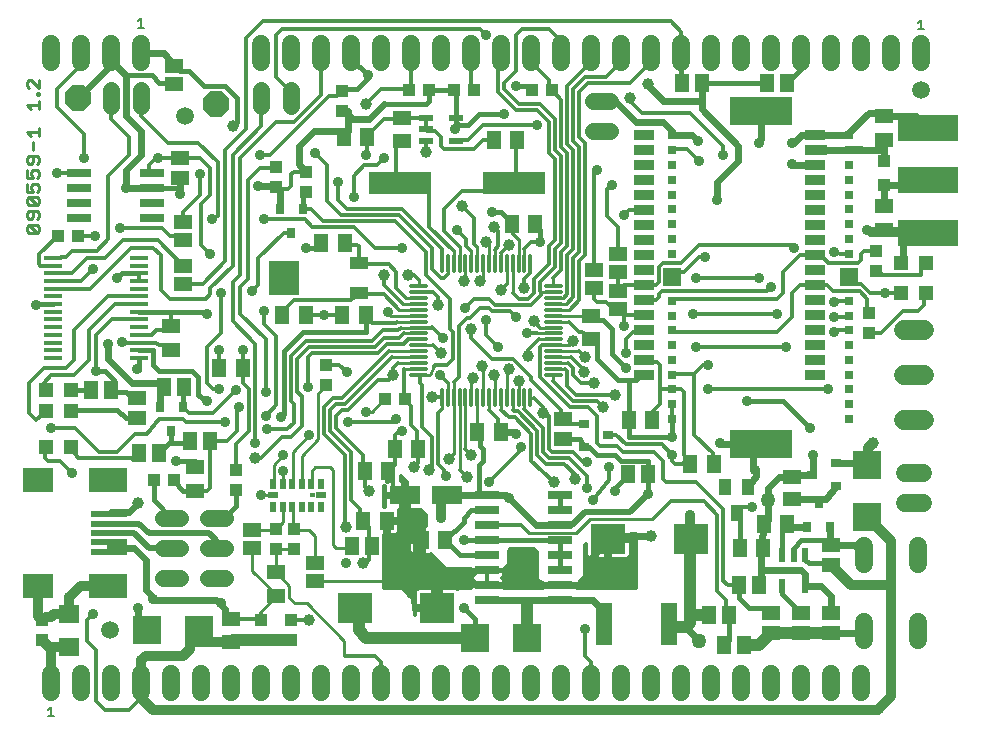
<source format=gtl>
G75*
G70*
%OFA0B0*%
%FSLAX24Y24*%
%IPPOS*%
%LPD*%
%AMOC8*
5,1,8,0,0,1.08239X$1,22.5*
%
%ADD10C,0.0080*%
%ADD11C,0.0100*%
%ADD12C,0.0118*%
%ADD13R,0.0945X0.0945*%
%ADD14R,0.0550X0.1400*%
%ADD15R,0.0512X0.0630*%
%ADD16R,0.0660X0.0320*%
%ADD17R,0.0760X0.0320*%
%ADD18R,0.0472X0.0472*%
%ADD19R,0.0630X0.0460*%
%ADD20R,0.0630X0.0512*%
%ADD21R,0.0433X0.0394*%
%ADD22R,0.0394X0.0394*%
%ADD23R,0.0512X0.0591*%
%ADD24R,0.0394X0.0433*%
%ADD25C,0.0600*%
%ADD26R,0.0472X0.0217*%
%ADD27R,0.0315X0.0315*%
%ADD28R,0.0591X0.0591*%
%ADD29R,0.0630X0.0315*%
%ADD30R,0.2087X0.0945*%
%ADD31C,0.0591*%
%ADD32R,0.0310X0.0350*%
%ADD33C,0.0560*%
%ADD34R,0.0709X0.0630*%
%ADD35R,0.0591X0.0157*%
%ADD36R,0.0591X0.0512*%
%ADD37R,0.0984X0.0787*%
%ADD38R,0.1299X0.0787*%
%ADD39R,0.1220X0.0197*%
%ADD40R,0.0800X0.0260*%
%ADD41R,0.0217X0.0472*%
%ADD42C,0.0660*%
%ADD43R,0.0350X0.0310*%
%ADD44R,0.2000X0.0900*%
%ADD45R,0.0394X0.0551*%
%ADD46R,0.1181X0.0984*%
%ADD47R,0.1024X0.0630*%
%ADD48R,0.0630X0.0394*%
%ADD49R,0.0984X0.1181*%
%ADD50R,0.2100X0.0760*%
%ADD51OC8,0.0850*%
%ADD52C,0.0500*%
%ADD53R,0.0236X0.0354*%
%ADD54R,0.0354X0.0236*%
%ADD55C,0.0025*%
%ADD56C,0.0240*%
%ADD57C,0.0400*%
%ADD58C,0.0160*%
%ADD59C,0.0120*%
%ADD60C,0.0357*%
%ADD61C,0.0396*%
%ADD62C,0.0320*%
%ADD63C,0.0350*%
%ADD64C,0.0200*%
D10*
X007661Y023759D02*
X007767Y023866D01*
X007767Y023545D01*
X007661Y023545D02*
X007874Y023545D01*
X033661Y023709D02*
X033767Y023816D01*
X033767Y023495D01*
X033661Y023495D02*
X033874Y023495D01*
X004661Y000809D02*
X004767Y000916D01*
X004767Y000595D01*
X004661Y000595D02*
X004874Y000595D01*
D11*
X004304Y016705D02*
X004037Y016705D01*
X003970Y016772D01*
X003970Y016906D01*
X004037Y016972D01*
X004304Y016972D01*
X004371Y016906D01*
X004371Y016772D01*
X004304Y016705D01*
X004037Y016972D01*
X004304Y017166D02*
X004371Y017232D01*
X004371Y017366D01*
X004304Y017433D01*
X004037Y017433D01*
X003970Y017366D01*
X003970Y017232D01*
X004037Y017166D01*
X004104Y017166D01*
X004170Y017232D01*
X004170Y017433D01*
X004304Y017626D02*
X004037Y017626D01*
X003970Y017693D01*
X003970Y017826D01*
X004037Y017893D01*
X004304Y017893D01*
X004371Y017826D01*
X004371Y017693D01*
X004304Y017626D01*
X004037Y017893D01*
X003970Y018353D02*
X003970Y018086D01*
X004170Y018086D01*
X004104Y018220D01*
X004104Y018287D01*
X004170Y018353D01*
X004304Y018353D01*
X004371Y018287D01*
X004371Y018153D01*
X004304Y018086D01*
X003970Y018814D02*
X003970Y018547D01*
X004170Y018547D01*
X004104Y018680D01*
X004104Y018747D01*
X004170Y018814D01*
X004304Y018814D01*
X004371Y018747D01*
X004371Y018613D01*
X004304Y018547D01*
X004304Y019007D02*
X004371Y019074D01*
X004371Y019207D01*
X004304Y019274D01*
X004037Y019274D01*
X003970Y019207D01*
X003970Y019074D01*
X004037Y019007D01*
X004104Y019007D01*
X004170Y019074D01*
X004170Y019274D01*
X004170Y019467D02*
X004170Y019734D01*
X004104Y019928D02*
X003970Y020061D01*
X004371Y020061D01*
X004371Y019928D02*
X004371Y020195D01*
X004104Y020849D02*
X003970Y020982D01*
X004371Y020982D01*
X004371Y020849D02*
X004371Y021115D01*
X004371Y021309D02*
X004304Y021309D01*
X004304Y021376D01*
X004371Y021376D01*
X004371Y021309D01*
X004371Y021806D02*
X004371Y021539D01*
X004104Y021806D01*
X004037Y021806D01*
X003970Y021739D01*
X003970Y021606D01*
X004037Y021539D01*
X019369Y011211D02*
X019369Y010807D01*
X017026Y013947D02*
X016098Y013947D01*
X021520Y013745D02*
X022031Y013745D01*
X020550Y015699D02*
X020550Y016185D01*
X018778Y016097D02*
X018778Y015699D01*
X017991Y011695D02*
X017991Y011211D01*
X012501Y008785D02*
X012501Y008355D01*
X012498Y008349D01*
X011711Y003849D02*
X011711Y004003D01*
X012271Y004612D01*
X011471Y006205D02*
X011471Y005435D01*
X012251Y004655D01*
X012271Y004612D01*
X013571Y005105D02*
X016121Y005105D01*
X016271Y005255D01*
X020353Y015699D02*
X020353Y016473D01*
X018975Y011211D02*
X018975Y010154D01*
X017026Y013751D02*
X016316Y013751D01*
X021515Y013947D02*
X022769Y013947D01*
X012191Y008355D02*
X012191Y008985D01*
X012511Y009305D01*
X012191Y008355D02*
X012183Y008349D01*
X012871Y006175D02*
X012271Y006175D01*
X012271Y006171D01*
X012871Y006175D02*
X012871Y006171D01*
X012271Y006171D02*
X012271Y005399D01*
X014541Y002655D02*
X014541Y003105D01*
X013291Y004355D01*
X012901Y004355D01*
X012711Y004545D01*
X012711Y004935D01*
X012291Y005355D01*
X014541Y002655D02*
X014571Y002605D01*
X012291Y005355D02*
X012271Y005399D01*
X018778Y011211D02*
X018778Y011847D01*
X019566Y011910D02*
X019566Y011211D01*
X019763Y011211D02*
X019763Y010813D01*
X020156Y010820D02*
X020156Y011211D01*
X020353Y011211D02*
X020353Y011738D01*
X020550Y011211D02*
X020550Y010826D01*
X021515Y011761D02*
X021515Y011979D01*
X021515Y012175D02*
X021901Y012175D01*
X021515Y012373D02*
X021512Y012375D01*
X022001Y012375D01*
X022370Y012766D02*
X021515Y012766D01*
X021507Y012955D02*
X021515Y012963D01*
X022071Y012965D01*
X021515Y013160D02*
X021025Y013160D01*
X021072Y013554D02*
X021515Y013554D01*
X021515Y014341D02*
X021956Y014341D01*
X021853Y014538D02*
X021515Y014538D01*
X021515Y014735D02*
X021091Y014735D01*
X019960Y014994D02*
X019960Y015699D01*
X019763Y015699D02*
X019763Y016047D01*
X019566Y016151D02*
X019566Y015699D01*
X017026Y015149D02*
X017026Y014932D01*
X018975Y015699D02*
X018975Y016231D01*
X019172Y015699D02*
X019172Y015204D01*
X017026Y013357D02*
X016522Y013357D01*
X017026Y012963D02*
X017513Y012963D01*
X017026Y012570D02*
X016135Y012570D01*
X016341Y012375D02*
X017039Y012375D01*
X017026Y012373D01*
X016521Y012175D02*
X016997Y012175D01*
X017026Y012176D01*
X017794Y010829D02*
X017794Y011211D01*
X017790Y011225D01*
X018385Y011211D02*
X018385Y008791D01*
X020156Y014720D02*
X020156Y015699D01*
X019369Y015699D02*
X019369Y016307D01*
X018582Y015699D02*
X018582Y015266D01*
X019172Y012204D02*
X019172Y011211D01*
X019960Y011211D02*
X019960Y012194D01*
X020753Y011205D02*
X020871Y011205D01*
X021515Y012570D02*
X021519Y012565D01*
X022111Y012565D01*
X021515Y013357D02*
X020969Y013357D01*
X021515Y014144D02*
X022060Y014144D01*
X021515Y014932D02*
X021515Y015199D01*
X017026Y014341D02*
X016485Y014341D01*
X016419Y013554D02*
X017026Y013554D01*
X017026Y012766D02*
X016031Y012765D01*
X014571Y008305D02*
X014571Y008155D01*
X014601Y006905D02*
X014521Y006905D01*
X012183Y007955D02*
X012111Y007955D01*
X011751Y007975D02*
X012071Y007975D01*
X012183Y007955D01*
X017391Y011975D02*
X017070Y011975D01*
X017026Y011979D01*
X017391Y011975D02*
X017521Y012255D01*
X018191Y011725D02*
X018191Y011249D01*
X018188Y011211D02*
X018188Y009323D01*
X018582Y009494D02*
X018582Y011211D01*
X012491Y007555D02*
X012491Y007065D01*
X012271Y006845D01*
X012491Y007555D02*
X012498Y007562D01*
X012271Y006845D02*
X012271Y006840D01*
X011471Y006805D02*
X012241Y006805D01*
X012271Y006840D01*
X012821Y007555D02*
X012821Y006895D01*
X012871Y006845D01*
X012821Y007555D02*
X012813Y007562D01*
X012871Y006845D02*
X012871Y006840D01*
X012891Y006795D01*
X013381Y006795D01*
X013571Y006605D01*
X013571Y005705D01*
X013443Y008349D02*
X013451Y008355D01*
X014781Y006255D02*
X014786Y006255D01*
X013451Y008355D02*
X013451Y008785D01*
X013571Y008905D01*
X014071Y008905D01*
X014171Y008805D01*
X014171Y006305D01*
X014271Y006205D01*
X014736Y006205D01*
X014786Y006255D01*
X013131Y008355D02*
X013131Y009285D01*
X013681Y009835D01*
X013681Y011375D01*
X013921Y011615D01*
X013131Y008355D02*
X013128Y008349D01*
X013921Y011615D02*
X013921Y011621D01*
X012821Y008355D02*
X012821Y009415D01*
X013371Y009965D01*
X015251Y010725D02*
X015451Y010725D01*
X015881Y011155D01*
X012821Y008355D02*
X012813Y008349D01*
X015881Y011155D02*
X015886Y011155D01*
X018385Y015699D02*
X018385Y016241D01*
X018188Y016088D02*
X018188Y015699D01*
X017026Y014144D02*
X016382Y014144D01*
X016588Y014538D02*
X017026Y014538D01*
X020747Y015382D02*
X020747Y015699D01*
X017991Y015699D02*
X017991Y015326D01*
X020691Y006705D02*
X022271Y006705D01*
X022721Y007155D01*
X024821Y007155D01*
D12*
X017272Y014932D02*
X016780Y014932D01*
X016780Y014735D02*
X017272Y014735D01*
X017272Y014538D02*
X016780Y014538D01*
X016780Y014341D02*
X017272Y014341D01*
X017272Y014144D02*
X016780Y014144D01*
X016780Y013947D02*
X017272Y013947D01*
X017272Y013751D02*
X016780Y013751D01*
X016780Y013554D02*
X017272Y013554D01*
X017272Y013357D02*
X016780Y013357D01*
X016780Y013160D02*
X017272Y013160D01*
X017272Y012963D02*
X016780Y012963D01*
X016780Y012766D02*
X017272Y012766D01*
X017272Y012570D02*
X016780Y012570D01*
X016780Y012373D02*
X017272Y012373D01*
X017272Y012176D02*
X016780Y012176D01*
X016780Y011979D02*
X017272Y011979D01*
X017794Y011457D02*
X017794Y010965D01*
X017991Y010965D02*
X017991Y011457D01*
X018188Y011457D02*
X018188Y010965D01*
X018385Y010965D02*
X018385Y011457D01*
X018582Y011457D02*
X018582Y010965D01*
X018778Y010965D02*
X018778Y011457D01*
X018975Y011457D02*
X018975Y010965D01*
X019172Y010965D02*
X019172Y011457D01*
X019369Y011457D02*
X019369Y010965D01*
X019566Y010965D02*
X019566Y011457D01*
X019763Y011457D02*
X019763Y010965D01*
X019960Y010965D02*
X019960Y011457D01*
X020156Y011457D02*
X020156Y010965D01*
X020353Y010965D02*
X020353Y011457D01*
X020550Y011457D02*
X020550Y010965D01*
X020747Y010965D02*
X020747Y011457D01*
X021269Y011979D02*
X021761Y011979D01*
X021761Y012176D02*
X021269Y012176D01*
X021269Y012373D02*
X021761Y012373D01*
X021761Y012570D02*
X021269Y012570D01*
X021269Y012766D02*
X021761Y012766D01*
X021761Y012963D02*
X021269Y012963D01*
X021269Y013160D02*
X021761Y013160D01*
X021761Y013357D02*
X021269Y013357D01*
X021269Y013554D02*
X021761Y013554D01*
X021761Y013751D02*
X021269Y013751D01*
X021269Y013947D02*
X021761Y013947D01*
X021761Y014144D02*
X021269Y014144D01*
X021269Y014341D02*
X021761Y014341D01*
X021761Y014538D02*
X021269Y014538D01*
X021269Y014735D02*
X021761Y014735D01*
X021761Y014932D02*
X021269Y014932D01*
X020747Y015453D02*
X020747Y015945D01*
X020550Y015945D02*
X020550Y015453D01*
X020353Y015453D02*
X020353Y015945D01*
X020156Y015945D02*
X020156Y015453D01*
X019960Y015453D02*
X019960Y015945D01*
X019763Y015945D02*
X019763Y015453D01*
X019566Y015453D02*
X019566Y015945D01*
X019369Y015945D02*
X019369Y015453D01*
X019172Y015453D02*
X019172Y015945D01*
X018975Y015945D02*
X018975Y015453D01*
X018778Y015453D02*
X018778Y015945D01*
X018582Y015945D02*
X018582Y015453D01*
X018385Y015453D02*
X018385Y015945D01*
X018188Y015945D02*
X018188Y015453D01*
X017991Y015453D02*
X017991Y015945D01*
X017794Y015945D02*
X017794Y015453D01*
D13*
X018904Y003205D03*
X020637Y003205D03*
X009687Y003455D03*
X007954Y003455D03*
X031971Y008971D03*
X031971Y007239D03*
D14*
X025351Y003655D03*
X023191Y003655D03*
D15*
X017914Y006455D03*
X017127Y006455D03*
X024027Y010455D03*
X024814Y010455D03*
X026864Y009005D03*
X026077Y009005D03*
X015964Y007105D03*
X015177Y007105D03*
X016014Y008755D03*
X015227Y008755D03*
X016227Y009505D03*
X017014Y009505D03*
X015314Y019905D03*
X014527Y019905D03*
X020314Y019805D03*
X019527Y019805D03*
X014564Y016355D03*
X013777Y016355D03*
X012477Y013955D03*
X013264Y013955D03*
X015264Y013955D03*
X014477Y013955D03*
X018977Y010055D03*
X019764Y010055D03*
X020127Y017005D03*
X020914Y017005D03*
X011164Y012205D03*
X010377Y012205D03*
X029295Y007005D03*
X028547Y007005D03*
X028495Y006205D03*
X027747Y006205D03*
D16*
X024521Y019955D03*
X024521Y019455D03*
X024521Y018955D03*
X024521Y018455D03*
X024521Y017955D03*
X024521Y017455D03*
X024521Y016955D03*
X024521Y016455D03*
X024521Y015955D03*
X024521Y015455D03*
X024521Y014955D03*
X024521Y014455D03*
X024521Y013955D03*
X024521Y013455D03*
X024521Y012955D03*
X024521Y012455D03*
X024521Y011955D03*
X030221Y011955D03*
X030221Y012455D03*
X030221Y012955D03*
X030221Y013455D03*
X030221Y013955D03*
X030221Y014455D03*
X030221Y014955D03*
X030221Y015455D03*
X030221Y015955D03*
X030221Y016455D03*
X030221Y016955D03*
X030221Y017455D03*
X030221Y017955D03*
X030221Y018455D03*
X030221Y018955D03*
X030221Y019955D03*
D17*
X030271Y019455D03*
D18*
X033107Y014705D03*
X033934Y014705D03*
X033107Y015705D03*
X033934Y015705D03*
X004607Y009555D03*
X005434Y009555D03*
X004607Y010755D03*
X005434Y010755D03*
X004607Y011455D03*
X005434Y011455D03*
D19*
X023671Y014755D03*
X023671Y014155D03*
X011471Y006805D03*
X011471Y006205D03*
X013571Y005705D03*
X013571Y005105D03*
X008871Y022255D03*
X008871Y021655D03*
X023671Y015405D03*
X023671Y016005D03*
X022871Y014855D03*
X022871Y015455D03*
X009171Y015605D03*
X009171Y015005D03*
X009171Y016455D03*
X009171Y017055D03*
D20*
X012271Y005399D03*
X012271Y004612D03*
X032521Y019812D03*
X032521Y020599D03*
X032521Y017599D03*
X032521Y016812D03*
X010771Y003849D03*
X010771Y003062D03*
X016471Y019762D03*
X016471Y020549D03*
X022771Y013949D03*
X022771Y013162D03*
X009571Y008112D03*
X009571Y008899D03*
X008771Y013599D03*
X008771Y012812D03*
X029471Y007831D03*
X029471Y008579D03*
D21*
X032021Y013371D03*
X032021Y014040D03*
X032271Y015421D03*
X032271Y016090D03*
X013921Y011621D03*
X013921Y012290D03*
X012871Y006840D03*
X012871Y006171D03*
X012271Y006840D03*
X012271Y006171D03*
X014471Y020771D03*
X014471Y021440D03*
X010921Y008121D03*
X010921Y008790D03*
X012771Y003790D03*
X012771Y003121D03*
X011771Y003121D03*
X011771Y003790D03*
X004471Y003790D03*
X004471Y003121D03*
X012271Y018221D03*
X012271Y018890D03*
X013271Y018740D03*
X013271Y018071D03*
D22*
X032521Y018312D03*
X032521Y019099D03*
D23*
X014786Y006255D03*
X015455Y006255D03*
X009386Y009755D03*
X010055Y009755D03*
X008536Y011555D03*
X009205Y011555D03*
X008355Y009355D03*
X007686Y009355D03*
X026455Y021705D03*
X025786Y021705D03*
X028636Y021705D03*
X029305Y021705D03*
X006086Y011455D03*
X006755Y011455D03*
X024655Y008655D03*
X023986Y008655D03*
X027855Y002955D03*
X027186Y002955D03*
X027355Y003955D03*
X026686Y003955D03*
X027686Y004955D03*
X028355Y004955D03*
D24*
X015886Y011155D03*
X016555Y011155D03*
X008186Y008455D03*
X008855Y008455D03*
X020786Y021455D03*
X021455Y021455D03*
X017355Y021455D03*
X016686Y021455D03*
X018186Y021455D03*
X018855Y021455D03*
X005655Y016605D03*
X004986Y016605D03*
D25*
X033661Y003725D02*
X033661Y003125D01*
X031881Y003125D02*
X031881Y003725D01*
X033661Y005685D02*
X033661Y006285D01*
X031881Y006285D02*
X031881Y005685D01*
X018771Y002005D02*
X018771Y001405D01*
X019771Y001405D02*
X019771Y002005D01*
X020771Y002005D02*
X020771Y001405D01*
X021771Y001405D02*
X021771Y002005D01*
X022771Y002005D02*
X022771Y001405D01*
X023771Y001405D02*
X023771Y002005D01*
X024771Y002005D02*
X024771Y001405D01*
X025771Y001405D02*
X025771Y002005D01*
X026771Y002005D02*
X026771Y001405D01*
X027771Y001405D02*
X027771Y002005D01*
X028771Y002005D02*
X028771Y001405D01*
X029771Y001405D02*
X029771Y002005D01*
X030771Y002005D02*
X030771Y001405D01*
X031771Y001405D02*
X031771Y002005D01*
X033771Y022405D02*
X033771Y023005D01*
X032771Y023005D02*
X032771Y022405D01*
X031771Y022405D02*
X031771Y023005D01*
X030771Y023005D02*
X030771Y022405D01*
X029771Y022405D02*
X029771Y023005D01*
X028771Y023005D02*
X028771Y022405D01*
X027771Y022405D02*
X027771Y023005D01*
X026771Y023005D02*
X026771Y022405D01*
X025771Y022405D02*
X025771Y023005D01*
X024771Y023005D02*
X024771Y022405D01*
X023771Y022405D02*
X023771Y023005D01*
X022771Y023005D02*
X022771Y022405D01*
X021771Y022405D02*
X021771Y023005D01*
X020771Y023005D02*
X020771Y022405D01*
X004771Y002005D02*
X004771Y001405D01*
X005771Y001405D02*
X005771Y002005D01*
X006771Y002005D02*
X006771Y001405D01*
X007771Y001405D02*
X007771Y002005D01*
X008771Y002005D02*
X008771Y001405D01*
X009771Y001405D02*
X009771Y002005D01*
X010771Y002005D02*
X010771Y001405D01*
X011771Y001405D02*
X011771Y002005D01*
X012771Y002005D02*
X012771Y001405D01*
X013771Y001405D02*
X013771Y002005D01*
X014771Y002005D02*
X014771Y001405D01*
X015771Y001405D02*
X015771Y002005D01*
X016771Y002005D02*
X016771Y001405D01*
X017771Y001405D02*
X017771Y002005D01*
X007771Y022405D02*
X007771Y023005D01*
X006771Y023005D02*
X006771Y022405D01*
X005771Y022405D02*
X005771Y023005D01*
X004771Y023005D02*
X004771Y022405D01*
X019771Y022405D02*
X019771Y023005D01*
X018771Y023005D02*
X018771Y022405D01*
X017771Y022405D02*
X017771Y023005D01*
X016771Y023005D02*
X016771Y022405D01*
X015771Y022405D02*
X015771Y023005D01*
X014771Y023005D02*
X014771Y022405D01*
X013771Y022405D02*
X013771Y023005D01*
X012771Y023005D02*
X012771Y022405D01*
X011771Y022405D02*
X011771Y023005D01*
X033221Y008705D02*
X033821Y008705D01*
X033821Y007705D02*
X033221Y007705D01*
D26*
X017259Y020529D03*
X017259Y020155D03*
X017259Y019781D03*
X018282Y019781D03*
X018282Y020529D03*
D27*
X025471Y019955D03*
X025471Y019463D03*
X025471Y018971D03*
X025471Y018479D03*
X025471Y017987D03*
X025471Y017495D03*
X025471Y017003D03*
X025471Y016510D03*
X025471Y016018D03*
X025471Y014444D03*
X025471Y013951D03*
X025471Y013459D03*
X025471Y012967D03*
X025471Y012475D03*
X025471Y011983D03*
X025471Y011491D03*
X025471Y010999D03*
X025471Y010507D03*
X031376Y010507D03*
X031376Y010999D03*
X031376Y011491D03*
X031376Y011983D03*
X031376Y012475D03*
X031376Y012967D03*
X031376Y013459D03*
X031376Y013951D03*
X031376Y014444D03*
X031376Y016018D03*
X031376Y016510D03*
X031376Y017003D03*
X031376Y017495D03*
X031376Y017987D03*
X031376Y018479D03*
X031376Y018971D03*
X031376Y019955D03*
D28*
X025471Y015231D03*
X031376Y015231D03*
D29*
X031534Y019463D03*
D30*
X028423Y020782D03*
X028423Y009680D03*
D31*
X006721Y003455D03*
X033771Y021455D03*
X009221Y020605D03*
D32*
X009161Y010905D03*
X008401Y010905D03*
X008781Y010105D03*
X029981Y006905D03*
X030741Y006905D03*
X030361Y007705D03*
X013161Y017505D03*
X012401Y017505D03*
X012781Y016705D03*
D33*
X022841Y021105D02*
X023401Y021105D01*
X023401Y020105D02*
X022841Y020105D01*
X010551Y007205D02*
X009991Y007205D01*
X009991Y006205D02*
X010551Y006205D01*
X010551Y005205D02*
X009991Y005205D01*
X009051Y007205D02*
X008491Y007205D01*
X008491Y006205D02*
X009051Y006205D01*
X009051Y005205D02*
X008491Y005205D01*
X006771Y020925D02*
X006771Y021485D01*
X007771Y021485D02*
X007771Y020925D01*
X011771Y020925D02*
X011771Y021485D01*
X012771Y021485D02*
X012771Y020925D01*
D34*
X005371Y004007D03*
X005371Y002904D03*
D35*
X004843Y015869D03*
X004843Y015613D03*
X004843Y015357D03*
X004843Y015101D03*
X004843Y014845D03*
X004843Y014589D03*
X004843Y014333D03*
X004843Y014077D03*
X004843Y013821D03*
X004843Y013566D03*
X004843Y013310D03*
X004843Y013054D03*
X004843Y012798D03*
X004843Y012542D03*
X007698Y012542D03*
X007698Y012798D03*
X007698Y013054D03*
X007698Y013310D03*
X007698Y013566D03*
X007698Y013821D03*
X007698Y014077D03*
X007698Y014333D03*
X007698Y014589D03*
X007698Y014845D03*
X007698Y015101D03*
X007698Y015357D03*
X007698Y015613D03*
X007698Y015869D03*
D36*
X007621Y011190D03*
X007621Y010521D03*
X030771Y004040D03*
X030771Y003371D03*
X030771Y005621D03*
X030771Y006290D03*
X029771Y004040D03*
X029771Y003371D03*
X028771Y003371D03*
X028771Y004040D03*
X021821Y009821D03*
X021821Y010490D03*
X009071Y019190D03*
X009071Y018521D03*
D37*
X004339Y004953D03*
X004339Y008457D03*
D38*
X006662Y004953D03*
X006662Y008457D03*
D39*
X006702Y007335D03*
X006702Y007020D03*
X006702Y006705D03*
X006702Y006390D03*
X006702Y006075D03*
D40*
X021731Y004455D03*
X021731Y004955D03*
X021731Y005455D03*
X021731Y005955D03*
X021731Y006455D03*
X021731Y006955D03*
X021731Y007455D03*
X021731Y007955D03*
X019311Y007955D03*
X019311Y007455D03*
X019311Y006955D03*
X019311Y006455D03*
X019311Y005955D03*
X019311Y005455D03*
X019311Y004955D03*
X019311Y004455D03*
X008131Y017205D03*
X005711Y017205D03*
X008131Y017705D03*
X008131Y018205D03*
X005711Y017705D03*
X005711Y018205D03*
X008131Y018705D03*
X005711Y018705D03*
D41*
X029895Y005967D03*
X029521Y005967D03*
X029147Y005967D03*
X029147Y004944D03*
X029895Y004944D03*
D42*
X033191Y010455D02*
X033851Y010455D01*
X033851Y011955D02*
X033191Y011955D01*
X033191Y013455D02*
X033851Y013455D01*
D43*
X022521Y010345D03*
X022521Y009585D03*
X023321Y009965D03*
X030921Y008265D03*
X030921Y009025D03*
X030121Y008645D03*
D44*
X034011Y018455D03*
X034011Y016715D03*
X034011Y020195D03*
D45*
X027621Y007372D03*
X027247Y008238D03*
X027995Y008238D03*
D46*
X026099Y006505D03*
X023343Y006505D03*
X014893Y004205D03*
X017649Y004205D03*
D47*
X017979Y007955D03*
X016562Y007955D03*
D48*
X015021Y015705D03*
X015021Y014705D03*
D49*
X012521Y015205D03*
D50*
X020191Y018385D03*
X016391Y018385D03*
D51*
X010271Y021005D03*
X005671Y021205D03*
D52*
X026371Y003105D03*
X028671Y007805D03*
D53*
X013758Y007562D03*
X013758Y008349D03*
X013443Y007562D03*
X013443Y008349D03*
X013128Y007562D03*
X013128Y008349D03*
X012813Y007562D03*
X012813Y008349D03*
X012498Y007562D03*
X012498Y008349D03*
X012183Y007562D03*
X012183Y008349D03*
D54*
X013758Y007955D03*
X012183Y007955D03*
D55*
X013533Y007924D02*
X013533Y008049D01*
X013408Y008049D01*
X013408Y007924D01*
X013533Y007924D01*
X013533Y007928D02*
X013408Y007928D01*
X013408Y007951D02*
X013533Y007951D01*
X013533Y007975D02*
X013408Y007975D01*
X013408Y007998D02*
X013533Y007998D01*
X013533Y008022D02*
X013408Y008022D01*
X013408Y008045D02*
X013533Y008045D01*
D56*
X021731Y004955D02*
X021071Y004955D01*
X019311Y004955D01*
X021731Y004955D02*
X022521Y004955D01*
X022771Y005205D01*
X022771Y005833D01*
X023343Y006505D01*
X030771Y006290D02*
X031576Y006290D01*
X031881Y005985D01*
X031826Y003371D02*
X030771Y003371D01*
X030221Y019955D02*
X031376Y019955D01*
X032521Y020599D02*
X033607Y020599D01*
X034011Y020195D01*
X031376Y019955D02*
X031271Y019955D01*
X032021Y020705D01*
X032414Y020705D01*
X032521Y020599D01*
X029471Y019705D02*
X029521Y019705D01*
X029771Y019955D01*
X030221Y019955D01*
X006702Y006136D02*
X006771Y006205D01*
X007521Y006205D01*
X007921Y005805D01*
X007921Y004805D01*
X008271Y004455D02*
X008196Y004530D01*
X007921Y004805D01*
X008271Y004455D02*
X010271Y004455D01*
X010571Y004155D01*
X010571Y004049D01*
X010771Y003849D01*
X025471Y019955D02*
X026121Y019955D01*
X026321Y019755D01*
X025471Y019955D02*
X025471Y020105D01*
X025171Y020405D01*
X024271Y020405D01*
X023571Y021105D01*
X023121Y021105D01*
X018671Y005205D02*
X018921Y005455D01*
X019311Y005455D01*
X018671Y005205D02*
X018921Y004955D01*
X019311Y004955D01*
X018671Y005205D02*
X017627Y005205D01*
X027096Y009680D02*
X028423Y009680D01*
X028371Y019705D02*
X028423Y019853D01*
X028423Y020782D01*
X008196Y004530D02*
X008171Y004505D01*
X019764Y010055D02*
X020221Y010055D01*
X020271Y010005D01*
X032521Y016812D02*
X033171Y016812D01*
X033914Y016812D01*
X034011Y016715D01*
X033107Y015705D02*
X033107Y015742D01*
X033171Y015805D01*
X033171Y016812D01*
X034011Y016715D02*
X032061Y016715D01*
X031971Y016805D01*
X032514Y016805D01*
X032521Y016812D01*
X023343Y006505D02*
X023921Y006605D01*
X024771Y006605D01*
X030221Y018955D02*
X029521Y018955D01*
X029471Y019005D01*
X030741Y006905D02*
X030741Y006320D01*
X030771Y006290D01*
X028423Y009680D02*
X028345Y009680D01*
X028171Y009505D01*
X028171Y008905D01*
X028271Y008805D01*
X028271Y008614D01*
X027995Y008238D01*
X020021Y007855D02*
X019921Y007955D01*
X019311Y007955D01*
X021731Y006955D02*
X020921Y006955D01*
X020021Y007855D01*
X019021Y007955D02*
X017979Y007955D01*
X008131Y018205D02*
X007271Y018205D01*
X007271Y021955D02*
X006846Y022380D01*
X006771Y022455D01*
X006771Y022705D01*
X013021Y019605D02*
X013521Y020105D01*
X014471Y020771D02*
X014836Y020505D01*
X015371Y020505D01*
X015871Y021005D01*
X014471Y020105D02*
X013521Y020105D01*
X014671Y020105D02*
X014671Y020771D01*
X027671Y019605D02*
X027671Y019105D01*
X026971Y018405D01*
X026971Y017805D01*
X027671Y019605D02*
X026455Y020821D01*
X026455Y021105D01*
X026455Y021705D01*
X012401Y018091D02*
X012401Y017505D01*
X009071Y018005D02*
X009071Y018521D01*
X011671Y018255D02*
X012236Y018255D01*
X007471Y011705D02*
X006671Y012505D01*
X006671Y013005D01*
X024671Y021655D02*
X024721Y021555D01*
X025171Y021105D01*
X026455Y021105D01*
X007271Y018205D02*
X007271Y018805D01*
X007771Y019305D01*
X007771Y020105D01*
X007271Y020605D01*
X007271Y021955D01*
X006846Y022380D02*
X005671Y021205D01*
X007471Y011705D02*
X008386Y011705D01*
X008536Y011555D01*
X008401Y010905D02*
X008401Y011420D01*
X008536Y011555D01*
X013021Y019605D02*
X013021Y018990D01*
X013271Y018740D01*
X032521Y018312D02*
X033867Y018312D01*
X034011Y018455D01*
X032521Y018312D02*
X032521Y017599D01*
X025921Y003555D02*
X026371Y003105D01*
X007954Y003455D02*
X007654Y003789D01*
X007671Y004205D01*
X007671Y007705D02*
X007371Y007405D01*
X006772Y007405D01*
X007771Y022705D02*
X008521Y022705D01*
X008871Y022255D01*
X032521Y019099D02*
X032521Y019455D01*
X032521Y019812D01*
X031534Y019463D02*
X032513Y019463D01*
X032521Y019455D01*
X031534Y019463D02*
X030228Y019463D01*
X030271Y019455D01*
X023191Y003655D02*
X023191Y004085D01*
X022821Y004455D01*
X021731Y004455D01*
X019311Y004455D02*
X020771Y004455D01*
X020637Y004339D01*
X020771Y004455D02*
X021731Y004455D01*
X029981Y006905D02*
X029295Y006905D01*
X029295Y007005D01*
X029471Y007831D02*
X030271Y007831D01*
X030587Y007831D01*
X030921Y008265D01*
X030361Y007705D02*
X030261Y007821D01*
X030271Y007831D01*
X030921Y009025D02*
X032017Y009025D01*
X031971Y008971D01*
X029895Y004944D02*
X029895Y005331D01*
X029771Y005455D01*
X028421Y005455D01*
X030771Y004040D02*
X030771Y004605D01*
X030432Y004944D01*
X029895Y004944D01*
X028495Y006205D02*
X028421Y006179D01*
X028421Y005455D01*
X028355Y004955D02*
X028421Y005021D01*
X028421Y005455D01*
X030171Y009305D02*
X030171Y008695D01*
X030121Y008645D01*
X029437Y008645D01*
X029471Y008579D01*
X029045Y008579D01*
X028671Y008205D01*
X028547Y007005D02*
X028447Y006257D01*
X028495Y006205D01*
X028671Y008205D02*
X028671Y007805D01*
X028671Y007129D01*
X028547Y007005D01*
D57*
X027855Y002955D02*
X028355Y002955D01*
X028771Y003371D01*
X029771Y003371D01*
X030771Y003371D01*
X017627Y004227D02*
X017649Y004205D01*
X017771Y004205D01*
X016562Y007020D02*
X016562Y007105D01*
X016562Y007955D01*
X016562Y007020D02*
X017021Y006562D01*
X017627Y005349D02*
X017627Y005205D01*
X017627Y004227D01*
X017627Y005349D02*
X017021Y005955D01*
X017021Y006562D01*
X017127Y006455D01*
X026099Y006505D02*
X026071Y006177D01*
X026071Y004005D01*
X026121Y003955D01*
X026686Y003955D01*
X026071Y004005D02*
X026071Y003705D01*
X025921Y003555D01*
X025521Y003555D01*
X025351Y003655D01*
X020637Y003205D02*
X020637Y004339D01*
X018904Y003205D02*
X015271Y003205D01*
X015021Y003455D01*
X015021Y004077D01*
X014893Y004205D01*
X011771Y003121D02*
X010830Y003121D01*
X010771Y003062D01*
X011771Y003121D02*
X012771Y003121D01*
D58*
X029521Y005967D02*
X029521Y006205D01*
X029771Y006455D01*
X030705Y006455D01*
X030771Y006290D01*
X031881Y003425D02*
X031826Y003371D01*
X006702Y006390D02*
X006702Y006075D01*
X006702Y006136D01*
X024271Y011805D02*
X024471Y012005D01*
X022971Y013062D02*
X022971Y012505D01*
X023671Y011805D01*
X024027Y011805D02*
X024271Y011805D01*
X025471Y010507D02*
X025471Y009905D01*
X027071Y009705D02*
X027096Y009680D01*
X013777Y016355D02*
X013627Y016305D01*
X013627Y016262D01*
X013571Y016205D01*
X013271Y016205D01*
X009571Y008899D02*
X009564Y009099D01*
X008921Y009105D01*
X020914Y016962D02*
X021071Y016805D01*
X021071Y016405D01*
X004843Y014333D02*
X004299Y014333D01*
X004271Y014305D01*
X009943Y014077D02*
X008771Y014077D01*
X007698Y014077D01*
X025471Y009905D02*
X024027Y009905D01*
X024027Y010455D01*
X024521Y011955D02*
X024571Y011955D01*
X024027Y010455D02*
X024027Y011805D01*
X023671Y011805D01*
X007698Y015357D02*
X007122Y015357D01*
X006971Y015205D01*
X019021Y007955D02*
X019311Y007955D01*
X018186Y021455D02*
X017355Y021455D01*
X021821Y009821D02*
X022385Y009821D01*
X022521Y009585D01*
X009021Y018205D02*
X008131Y018205D01*
X015871Y021005D02*
X017271Y021005D01*
X017355Y021090D01*
X017355Y021455D01*
X022691Y009585D02*
X022971Y009305D01*
X019021Y007955D02*
X019021Y008955D01*
X019171Y009105D01*
X019171Y009505D01*
X019071Y009605D01*
X019071Y009805D01*
X023921Y012205D02*
X023471Y012655D01*
X023471Y013505D01*
X014471Y020105D02*
X014527Y020049D01*
X014527Y019905D01*
X014471Y020771D02*
X014671Y020771D01*
X014671Y020105D02*
X014527Y019962D01*
X014527Y019905D01*
X026455Y021705D02*
X028636Y021705D01*
X012401Y018091D02*
X012336Y018155D01*
X019471Y017405D02*
X019771Y017405D01*
X019971Y017205D01*
X018282Y020529D02*
X018282Y020217D01*
X018221Y020155D01*
X007271Y021955D02*
X008121Y021955D01*
X008371Y021705D01*
X008771Y021705D01*
X008871Y021655D01*
X012236Y018255D02*
X012271Y018221D01*
X020271Y021605D02*
X020736Y021605D01*
X020786Y021455D01*
X018282Y020529D02*
X018282Y021359D01*
X018186Y021455D01*
X023471Y013505D02*
X023171Y013805D01*
X022914Y013805D01*
X012421Y010555D02*
X012521Y010655D01*
X012521Y012755D01*
X013171Y013405D01*
X015271Y013405D01*
X015271Y013949D01*
X015264Y013955D01*
X022971Y009305D02*
X023571Y009305D01*
X023771Y009105D01*
X024655Y009105D01*
X019871Y020655D02*
X019021Y020655D01*
X018671Y020305D01*
X018306Y020305D01*
X018282Y020529D01*
X024655Y008655D02*
X024671Y008655D01*
X024671Y008005D01*
X024655Y008655D02*
X024655Y009105D01*
X029305Y021705D02*
X029771Y022171D01*
X029771Y022705D01*
X027686Y004955D02*
X027686Y004540D01*
X028021Y004205D01*
X028605Y004205D01*
X028771Y004040D01*
X025786Y021705D02*
X025771Y021721D01*
X025771Y022705D01*
X014771Y022705D02*
X014771Y022505D01*
X015321Y021955D01*
X015321Y021855D01*
X014971Y021505D01*
X014536Y021505D01*
X014471Y021440D01*
X008855Y008455D02*
X008855Y008421D01*
X009171Y008105D01*
X009564Y008105D01*
X009571Y008112D01*
X009161Y010905D02*
X009161Y011511D01*
X009205Y011555D01*
X023586Y008121D02*
X023586Y008221D01*
X023971Y008605D01*
X023986Y008655D01*
X013271Y018071D02*
X013161Y018061D01*
X013161Y017505D01*
X030071Y010205D02*
X029171Y011105D01*
X027971Y011105D01*
X006772Y007405D02*
X006702Y007335D01*
X027747Y006205D02*
X027747Y007098D01*
X027621Y007372D01*
X008871Y022255D02*
X008921Y022305D01*
X008921Y022255D01*
X009071Y022105D01*
X009371Y022105D01*
X009871Y021605D01*
X010571Y021605D01*
X010971Y021205D01*
X010971Y020405D01*
X010821Y020255D01*
X007686Y009355D02*
X007621Y009355D01*
X007471Y009205D01*
X008771Y009705D02*
X009336Y009705D01*
X009386Y009755D01*
X008781Y010105D02*
X008781Y009715D01*
X008771Y009705D01*
X008705Y009705D01*
X008355Y009355D01*
X006086Y011455D02*
X005434Y011455D01*
X005434Y010755D02*
X005534Y010769D01*
X005771Y010805D01*
X007621Y010521D02*
X007255Y010521D01*
X006971Y010805D01*
X005771Y010805D01*
X008186Y008455D02*
X008186Y007790D01*
X008771Y007205D01*
X010921Y008121D02*
X010921Y007605D01*
X010521Y007205D01*
X010271Y007205D01*
X008178Y012798D02*
X007698Y012798D01*
X009971Y011105D02*
X009671Y011305D01*
X009671Y011905D01*
X009471Y012105D01*
X008371Y012105D01*
X008171Y012305D01*
X008178Y012798D01*
X007698Y012542D02*
X007698Y012133D01*
X007621Y012155D01*
X019311Y007455D02*
X018771Y007455D01*
X018521Y007205D01*
X018521Y007062D01*
X017914Y006455D01*
X019311Y005955D02*
X018414Y005955D01*
X017914Y006455D01*
X027355Y003955D02*
X027355Y003125D01*
X027186Y002955D01*
X027355Y003955D02*
X027271Y004040D01*
X021731Y005455D02*
X021731Y005955D01*
X021731Y006455D01*
X018904Y003205D02*
X018904Y003821D01*
X018521Y004205D01*
X018521Y006455D02*
X019311Y006455D01*
X021731Y006455D01*
X029147Y004944D02*
X029147Y004664D01*
X029771Y004040D01*
X029895Y005967D02*
X029906Y005955D01*
X029906Y005820D01*
X030021Y005705D01*
X030686Y005705D01*
X030771Y005621D01*
X006271Y012105D02*
X006571Y012105D01*
X006871Y011805D01*
X006871Y011471D01*
X006755Y011455D01*
X007621Y011190D02*
X007486Y011190D01*
X007271Y011405D01*
X006905Y011405D01*
X006755Y011455D01*
X021731Y007955D02*
X021731Y007455D01*
X029147Y005967D02*
X029147Y006957D01*
X029295Y007005D01*
X029895Y004944D02*
X029895Y004916D01*
D59*
X010771Y003849D02*
X011711Y003849D01*
X011771Y003790D01*
X007698Y013310D02*
X008125Y013310D01*
X008271Y013455D01*
X008627Y013455D01*
X008771Y013599D01*
X007698Y015101D02*
X007698Y015357D01*
X016471Y020549D02*
X017239Y020549D01*
X017259Y020529D01*
X017259Y020155D01*
X020871Y016962D02*
X020914Y017005D01*
X025471Y010999D02*
X025471Y010507D01*
X024521Y011955D02*
X024471Y012005D01*
X007698Y015101D02*
X007693Y015105D01*
X013264Y013955D02*
X013871Y013955D01*
X014477Y013955D01*
X019369Y010807D02*
X019671Y010505D01*
X019671Y010062D01*
X019764Y010055D01*
X016098Y013947D02*
X015991Y014055D01*
X015927Y008843D02*
X016014Y008755D01*
X015964Y007105D02*
X016562Y007105D01*
X016014Y008755D02*
X016014Y008662D01*
X016171Y008505D01*
X016171Y008205D01*
X016271Y008105D01*
X016412Y008105D01*
X016562Y007955D01*
X016227Y009505D02*
X016227Y008968D01*
X016014Y008755D01*
X005711Y018705D02*
X004971Y018705D01*
X010371Y012805D02*
X010377Y012205D01*
X021515Y013751D02*
X021520Y013745D01*
X022714Y013262D02*
X022471Y013405D01*
X022371Y013405D01*
X022031Y013745D01*
X022714Y013262D02*
X022771Y013162D01*
X022971Y013062D01*
X016471Y020549D02*
X016427Y020505D01*
X015871Y020505D01*
X015314Y019949D01*
X015314Y019905D01*
X017259Y020155D02*
X017309Y020105D01*
X017571Y020105D01*
X017771Y019905D01*
X017771Y019605D01*
X017871Y019505D01*
X018871Y019505D01*
X019171Y019805D01*
X019527Y019805D01*
X004607Y009555D02*
X004557Y009405D01*
X004557Y009219D01*
X004671Y009105D01*
X005071Y009105D01*
X005471Y008705D01*
X025471Y015231D02*
X025645Y015405D01*
X025871Y015405D01*
X026371Y015905D01*
X026571Y015905D01*
X020771Y016405D02*
X020550Y016185D01*
X020871Y016962D02*
X020914Y016962D01*
X020771Y016405D02*
X021071Y016405D01*
X015314Y019905D02*
X015314Y019349D01*
X015271Y019305D01*
X018778Y016097D02*
X018591Y016285D01*
X018591Y016505D01*
X018291Y016805D01*
X017731Y011955D02*
X017991Y011695D01*
X031376Y015231D02*
X031376Y015200D01*
X031571Y015005D01*
X031771Y015005D01*
X032071Y014705D01*
X032571Y014705D01*
X033107Y014705D01*
X022291Y004960D02*
X022291Y005005D01*
X022321Y005005D01*
X022571Y005255D01*
X022571Y006305D01*
X022592Y006327D01*
X022592Y005992D01*
X022603Y005951D01*
X022624Y005915D01*
X022654Y005885D01*
X022690Y005864D01*
X022731Y005853D01*
X023283Y005853D01*
X023283Y006445D01*
X023402Y006445D01*
X023402Y005853D01*
X023954Y005853D01*
X023995Y005864D01*
X024031Y005885D01*
X024061Y005915D01*
X024082Y005951D01*
X024093Y005992D01*
X024093Y006445D01*
X023403Y006445D01*
X023403Y006565D01*
X024093Y006565D01*
X024093Y006655D01*
X024271Y006655D01*
X024271Y004855D01*
X022291Y004855D01*
X022291Y004950D01*
X021736Y004950D01*
X021736Y004960D01*
X022291Y004960D01*
X019305Y005165D02*
X019305Y005450D01*
X019316Y005450D01*
X019316Y005245D01*
X019316Y004961D01*
X019305Y004961D01*
X019305Y005165D01*
X019871Y004960D02*
X019871Y005106D01*
X019860Y005147D01*
X019839Y005184D01*
X019817Y005205D01*
X019839Y005227D01*
X019860Y005264D01*
X019871Y005304D01*
X019871Y005450D01*
X019316Y005450D01*
X019316Y005460D01*
X019871Y005460D01*
X019871Y005505D01*
X019871Y005505D01*
X020021Y005655D01*
X020021Y006105D01*
X020071Y006155D01*
X020871Y006155D01*
X020971Y006055D01*
X020971Y005155D01*
X021121Y005005D01*
X021171Y005005D01*
X021171Y004960D01*
X021725Y004960D01*
X021725Y004950D01*
X021171Y004950D01*
X021171Y004855D01*
X019871Y004855D01*
X019871Y004950D01*
X019316Y004950D01*
X019316Y004960D01*
X019871Y004960D01*
X018071Y004265D02*
X018071Y004145D01*
X017709Y004145D01*
X017709Y004265D01*
X018071Y004265D01*
X015954Y008695D02*
X016074Y008695D01*
X016074Y008430D01*
X016029Y008430D01*
X015988Y008419D01*
X015954Y008400D01*
X015954Y008695D01*
X018751Y004950D02*
X018751Y004855D01*
X018371Y004855D01*
X018339Y004824D01*
X018337Y004825D01*
X018301Y004847D01*
X018260Y004857D01*
X017708Y004857D01*
X017708Y004265D01*
X017589Y004265D01*
X017589Y004857D01*
X017037Y004857D01*
X016996Y004847D01*
X016960Y004825D01*
X016930Y004796D01*
X016909Y004759D01*
X016898Y004719D01*
X016898Y004265D01*
X017588Y004265D01*
X017588Y004145D01*
X016898Y004145D01*
X016898Y003963D01*
X016821Y004505D01*
X016471Y004855D01*
X015871Y004855D01*
X015871Y006630D01*
X015904Y006630D01*
X015904Y007045D01*
X016024Y007045D01*
X016024Y006630D01*
X016241Y006630D01*
X016282Y006641D01*
X016318Y006662D01*
X016348Y006692D01*
X016369Y006729D01*
X016380Y006769D01*
X016380Y007045D01*
X016024Y007045D01*
X016024Y007165D01*
X016380Y007165D01*
X016380Y007441D01*
X016370Y007480D01*
X016502Y007480D01*
X016502Y007895D01*
X016622Y007895D01*
X016622Y007480D01*
X017095Y007480D01*
X017095Y007481D01*
X017271Y007305D01*
X017271Y006930D01*
X017187Y006930D01*
X017187Y006515D01*
X017067Y006515D01*
X017067Y006930D01*
X016850Y006930D01*
X016809Y006919D01*
X016773Y006898D01*
X016743Y006869D01*
X016722Y006832D01*
X016711Y006791D01*
X016711Y006515D01*
X017067Y006515D01*
X017067Y006395D01*
X016711Y006395D01*
X016711Y006119D01*
X016722Y006079D01*
X016743Y006042D01*
X016773Y006012D01*
X016809Y005991D01*
X016850Y005980D01*
X017067Y005980D01*
X017067Y006395D01*
X017187Y006395D01*
X017187Y005980D01*
X017404Y005980D01*
X017437Y005989D01*
X017921Y005505D01*
X018751Y005505D01*
X018751Y005460D01*
X019305Y005460D01*
X019305Y005450D01*
X018751Y005450D01*
X018751Y005304D01*
X018761Y005264D01*
X018783Y005227D01*
X018804Y005205D01*
X018783Y005184D01*
X018761Y005147D01*
X018751Y005106D01*
X018751Y004960D01*
X019305Y004960D01*
X019305Y004950D01*
X018751Y004950D01*
X015890Y007895D02*
X015890Y007619D01*
X015901Y007580D01*
X015871Y007580D01*
X015871Y008280D01*
X015890Y008280D01*
X015890Y008015D01*
X016502Y008015D01*
X016502Y007895D01*
X015890Y007895D01*
X016502Y008430D02*
X016430Y008430D01*
X016430Y008596D01*
X016622Y008404D01*
X016622Y008015D01*
X016502Y008015D01*
X016502Y008430D01*
X016889Y004026D02*
X016898Y004026D01*
X016898Y004144D02*
X016872Y004144D01*
X016855Y004263D02*
X017588Y004263D01*
X017709Y004263D02*
X018071Y004263D01*
X016898Y004381D02*
X016838Y004381D01*
X017589Y004381D02*
X017708Y004381D01*
X016898Y004500D02*
X016821Y004500D01*
X017589Y004500D02*
X017708Y004500D01*
X016898Y004619D02*
X016707Y004619D01*
X017589Y004619D02*
X017708Y004619D01*
X016903Y004737D02*
X016589Y004737D01*
X017589Y004737D02*
X017708Y004737D01*
X017030Y004856D02*
X015871Y004856D01*
X017589Y004856D02*
X017708Y004856D01*
X018267Y004856D02*
X018751Y004856D01*
X019871Y004856D02*
X021171Y004856D01*
X022291Y004856D02*
X024271Y004856D01*
X018751Y004974D02*
X015871Y004974D01*
X019305Y004974D02*
X019316Y004974D01*
X019871Y004974D02*
X021171Y004974D01*
X022291Y004974D02*
X024271Y004974D01*
X018751Y005093D02*
X015871Y005093D01*
X019305Y005093D02*
X019316Y005093D01*
X019871Y005093D02*
X021033Y005093D01*
X022408Y005093D02*
X024271Y005093D01*
X018798Y005211D02*
X015871Y005211D01*
X019305Y005211D02*
X019316Y005211D01*
X019823Y005211D02*
X020971Y005211D01*
X022526Y005211D02*
X024271Y005211D01*
X018751Y005330D02*
X015871Y005330D01*
X019305Y005330D02*
X019316Y005330D01*
X019871Y005330D02*
X020971Y005330D01*
X022571Y005330D02*
X024271Y005330D01*
X018751Y005448D02*
X015871Y005448D01*
X019305Y005448D02*
X019316Y005448D01*
X019871Y005448D02*
X020971Y005448D01*
X022571Y005448D02*
X024271Y005448D01*
X017859Y005567D02*
X015871Y005567D01*
X019932Y005567D02*
X020971Y005567D01*
X022571Y005567D02*
X024271Y005567D01*
X017740Y005685D02*
X015871Y005685D01*
X020021Y005685D02*
X020971Y005685D01*
X022571Y005685D02*
X024271Y005685D01*
X017622Y005804D02*
X015871Y005804D01*
X020021Y005804D02*
X020971Y005804D01*
X022571Y005804D02*
X024271Y005804D01*
X017503Y005923D02*
X015871Y005923D01*
X020021Y005923D02*
X020971Y005923D01*
X022571Y005923D02*
X022620Y005923D01*
X023283Y005923D02*
X023402Y005923D01*
X024066Y005923D02*
X024271Y005923D01*
X016744Y006041D02*
X015871Y006041D01*
X017067Y006041D02*
X017187Y006041D01*
X020021Y006041D02*
X020971Y006041D01*
X022571Y006041D02*
X022592Y006041D01*
X023283Y006041D02*
X023402Y006041D01*
X024093Y006041D02*
X024271Y006041D01*
X016711Y006160D02*
X015871Y006160D01*
X017067Y006160D02*
X017187Y006160D01*
X022571Y006160D02*
X022592Y006160D01*
X023283Y006160D02*
X023402Y006160D01*
X024093Y006160D02*
X024271Y006160D01*
X016711Y006278D02*
X015871Y006278D01*
X017067Y006278D02*
X017187Y006278D01*
X022571Y006278D02*
X022592Y006278D01*
X023283Y006278D02*
X023402Y006278D01*
X024093Y006278D02*
X024271Y006278D01*
X017067Y006397D02*
X015871Y006397D01*
X023283Y006397D02*
X023402Y006397D01*
X024093Y006397D02*
X024271Y006397D01*
X016711Y006515D02*
X015871Y006515D01*
X023403Y006515D02*
X024271Y006515D01*
X016024Y006634D02*
X015904Y006634D01*
X016254Y006634D02*
X016711Y006634D01*
X017067Y006634D02*
X017187Y006634D01*
X024093Y006634D02*
X024271Y006634D01*
X016024Y006752D02*
X015904Y006752D01*
X016376Y006752D02*
X016711Y006752D01*
X017067Y006752D02*
X017187Y006752D01*
X016024Y006871D02*
X015904Y006871D01*
X016380Y006871D02*
X016745Y006871D01*
X017067Y006871D02*
X017187Y006871D01*
X016024Y006989D02*
X015904Y006989D01*
X016380Y006989D02*
X017271Y006989D01*
X017271Y007108D02*
X016024Y007108D01*
X016380Y007227D02*
X017271Y007227D01*
X017231Y007345D02*
X016380Y007345D01*
X016374Y007464D02*
X017112Y007464D01*
X015900Y007582D02*
X015871Y007582D01*
X016502Y007582D02*
X016622Y007582D01*
X015890Y007701D02*
X015871Y007701D01*
X016502Y007701D02*
X016622Y007701D01*
X015890Y007819D02*
X015871Y007819D01*
X016502Y007819D02*
X016622Y007819D01*
X016502Y007938D02*
X015871Y007938D01*
X015871Y008056D02*
X015890Y008056D01*
X016502Y008056D02*
X016622Y008056D01*
X015890Y008175D02*
X015871Y008175D01*
X016502Y008175D02*
X016622Y008175D01*
X016622Y008293D02*
X016502Y008293D01*
X015976Y008412D02*
X015954Y008412D01*
X016502Y008412D02*
X016614Y008412D01*
X016074Y008531D02*
X015954Y008531D01*
X016430Y008531D02*
X016495Y008531D01*
X016074Y008649D02*
X015954Y008649D01*
X008771Y013599D02*
X008771Y014077D01*
X009943Y014077D02*
X009943Y014033D01*
X009971Y014005D01*
X016227Y009505D02*
X016227Y009962D01*
X016371Y010105D01*
X016471Y010105D01*
X020353Y016473D02*
X020171Y016655D01*
X020171Y016962D01*
X020127Y017005D01*
X022521Y009585D02*
X022691Y009585D01*
X018977Y010055D02*
X018975Y010154D01*
X013271Y018740D02*
X012855Y018740D01*
X012771Y018655D01*
X012771Y018255D01*
X012671Y018155D01*
X012336Y018155D01*
X012271Y018221D01*
X016316Y013751D02*
X016271Y013705D01*
X015471Y013705D01*
X015471Y013749D01*
X015264Y013955D01*
X009071Y018521D02*
X009071Y018155D01*
X009021Y018205D01*
X018977Y010055D02*
X018877Y009999D01*
X019071Y009805D01*
X018271Y020318D02*
X018282Y020529D01*
X015771Y001705D02*
X015771Y002405D01*
X015571Y002605D01*
X014571Y002605D01*
X020127Y017005D02*
X019971Y017205D01*
X022914Y013805D02*
X022771Y013949D01*
X022769Y013947D01*
X018821Y011855D02*
X018778Y011847D01*
X019521Y011955D02*
X019566Y011910D01*
X019763Y010813D02*
X020021Y010555D01*
X020221Y010555D01*
X020771Y010005D01*
X020771Y009105D01*
X021521Y008405D01*
X020156Y010820D02*
X020206Y010770D01*
X020321Y010755D01*
X020971Y010105D01*
X020971Y009305D01*
X021271Y009005D01*
X021871Y009005D01*
X022221Y008655D01*
X022221Y008505D01*
X020353Y011738D02*
X020371Y011755D01*
X022821Y007805D02*
X023371Y008455D01*
X023371Y008905D01*
X020550Y010826D02*
X021171Y010205D01*
X021171Y009405D01*
X021371Y009205D01*
X022021Y009205D01*
X022621Y008205D02*
X022621Y008605D01*
X022021Y009205D01*
X026671Y011505D02*
X030671Y011505D01*
X021515Y011761D02*
X022171Y011105D01*
X022971Y011105D01*
X023171Y010905D01*
X021515Y012175D02*
X021515Y012176D01*
X026171Y014005D02*
X028971Y014005D01*
X021901Y012175D02*
X021971Y012105D01*
X021971Y011605D01*
X022271Y011305D01*
X023571Y011305D01*
X023671Y016005D02*
X023671Y016905D01*
X023317Y017259D01*
X023317Y018159D01*
X023471Y018305D01*
X022001Y012375D02*
X022171Y012205D01*
X022171Y011955D01*
X022421Y011705D01*
X022871Y011705D01*
X022971Y018805D02*
X022871Y018705D01*
X022871Y015455D01*
X022370Y012766D02*
X022571Y012585D01*
X027686Y004955D02*
X027321Y004955D01*
X027171Y005105D01*
X027171Y007505D01*
X026271Y008405D01*
X022071Y012965D02*
X022171Y013105D01*
X021071Y011905D02*
X022071Y010905D01*
X022671Y010905D01*
X022971Y010605D01*
X022971Y009705D01*
X025271Y008405D02*
X025171Y008505D01*
X025171Y009105D01*
X024871Y009405D01*
X023821Y009405D01*
X023621Y009605D01*
X023071Y009605D01*
X022971Y009705D01*
X025271Y008405D02*
X026271Y008405D01*
X021071Y011905D02*
X021071Y012905D01*
X021128Y012963D01*
X021515Y012963D01*
X020671Y012605D02*
X020671Y012805D01*
X021025Y013160D01*
X021072Y013554D02*
X020871Y013755D01*
X009171Y015005D02*
X009821Y015005D01*
X010571Y015755D01*
X010571Y019455D01*
X011271Y020155D01*
X011271Y023205D01*
X011821Y023755D01*
X025421Y023755D01*
X025771Y023405D01*
X025771Y022705D01*
X021956Y014341D02*
X022171Y014555D01*
X022171Y015855D01*
X022371Y016055D01*
X022371Y019555D01*
X022171Y019755D01*
X022171Y021505D01*
X022571Y021905D01*
X023271Y021905D01*
X023771Y022405D01*
X023771Y022705D01*
X021853Y014538D02*
X021971Y014655D01*
X021971Y015955D01*
X022171Y016155D01*
X022171Y019455D01*
X021971Y019655D01*
X021971Y021605D01*
X022771Y022405D01*
X022771Y022705D01*
X021071Y015055D02*
X021571Y015555D01*
X021571Y016155D01*
X021771Y016355D01*
X021771Y019255D01*
X021571Y019455D01*
X021571Y020505D01*
X019871Y021505D02*
X019871Y021705D01*
X020271Y022105D01*
X020271Y023305D01*
X020471Y023505D01*
X021371Y023505D01*
X021771Y023105D01*
X021771Y022705D01*
X021091Y014735D02*
X021071Y014755D01*
X021071Y015055D01*
X018571Y014205D02*
X018871Y014505D01*
X019371Y014505D01*
X019571Y014305D01*
X020771Y014305D01*
X021091Y014626D01*
X021091Y014735D01*
X021571Y020505D02*
X021071Y021005D01*
X020371Y021005D01*
X019871Y021505D01*
X018771Y021605D02*
X018855Y021521D01*
X018855Y021455D01*
X018771Y021605D02*
X018771Y022705D01*
X019960Y014994D02*
X019771Y014805D01*
X019763Y016047D02*
X020021Y016305D01*
X019671Y016755D02*
X019671Y016255D01*
X019566Y016151D01*
X019671Y016755D02*
X019521Y016905D01*
X015271Y021005D02*
X015771Y021505D01*
X016736Y021505D01*
X016686Y021455D01*
X016686Y021521D01*
X016771Y021605D01*
X016771Y022705D01*
X015211Y018955D02*
X015621Y018955D01*
X015671Y018995D01*
X015871Y019205D01*
X015211Y018955D02*
X014871Y018615D01*
X014871Y017905D01*
X009971Y011705D02*
X010171Y011505D01*
X010371Y011505D01*
X010421Y014705D02*
X010421Y013355D01*
X009971Y012905D01*
X009971Y011705D01*
X017026Y015149D02*
X016871Y015305D01*
X016671Y015305D01*
X011871Y014105D02*
X011871Y013655D01*
X012271Y013255D01*
X012271Y010955D01*
X011921Y010605D01*
X017671Y014305D02*
X017671Y014555D01*
X017026Y014735D02*
X017491Y014735D01*
X017671Y014555D01*
X018975Y016231D02*
X018871Y016335D01*
X018871Y017205D01*
X018471Y017605D01*
X012771Y003790D02*
X013255Y003790D01*
X013371Y003805D01*
X011571Y009705D02*
X011571Y013005D01*
X010821Y013755D01*
X012271Y020405D02*
X011071Y019205D01*
X011071Y015305D01*
X010821Y015055D01*
X010821Y013755D01*
X012271Y020405D02*
X012871Y020405D01*
X013771Y021305D01*
X013771Y022705D01*
X019172Y015204D02*
X019071Y015105D01*
X017259Y019781D02*
X017259Y019467D01*
X017271Y019405D01*
X009171Y017055D02*
X009171Y017405D01*
X009721Y017955D01*
X009721Y018655D01*
X011721Y019305D02*
X012071Y019305D01*
X014021Y021255D01*
X014286Y021255D01*
X014471Y021440D01*
X016522Y013357D02*
X016371Y013205D01*
X015871Y013205D01*
X015571Y012905D01*
X013371Y012905D01*
X012971Y012505D01*
X012971Y011405D01*
X013121Y011255D01*
X013121Y010255D01*
X012471Y009905D02*
X011771Y009205D01*
X011571Y009205D01*
X013121Y010255D02*
X012771Y009905D01*
X012471Y009905D01*
X017026Y013160D02*
X016675Y013160D01*
X016521Y013005D01*
X015971Y013005D01*
X015671Y012705D01*
X013471Y012705D01*
X013321Y012555D01*
X013321Y011555D01*
X010055Y009755D02*
X010055Y008190D01*
X009971Y008105D01*
X009577Y008105D01*
X009571Y008112D01*
X010055Y009755D02*
X010621Y009755D01*
X010971Y010105D01*
X010971Y010855D01*
X011021Y010905D01*
X017513Y012963D02*
X017771Y012705D01*
X010921Y009655D02*
X010921Y008790D01*
X011164Y012205D02*
X011177Y012699D01*
X011171Y012805D01*
X010921Y009655D02*
X011371Y010105D01*
X011371Y011505D01*
X011164Y011712D01*
X011164Y012205D01*
X016135Y012570D02*
X014571Y011005D01*
X014271Y011005D01*
X014071Y010805D01*
X014071Y010105D01*
X014771Y009405D01*
X014771Y007805D01*
X015071Y007505D01*
X015071Y007212D01*
X015177Y007105D01*
X015155Y007084D01*
X015171Y005705D02*
X015271Y005705D01*
X015371Y005805D01*
X015371Y006171D01*
X015455Y006255D01*
X015155Y007084D02*
X015192Y007084D01*
X015371Y006905D01*
X015371Y006340D01*
X015455Y006255D01*
X015171Y009305D02*
X014271Y010205D01*
X016171Y011955D02*
X016171Y012205D01*
X016341Y012375D01*
X015227Y008755D02*
X015227Y008249D01*
X015371Y008105D01*
X013921Y012290D02*
X014355Y012290D01*
X014621Y012055D01*
X014271Y010205D02*
X014271Y010605D01*
X014471Y010805D01*
X014671Y010805D01*
X015671Y011805D01*
X016021Y011805D01*
X016171Y011955D01*
X015171Y009305D02*
X015171Y008812D01*
X015227Y008755D01*
X017014Y009505D02*
X017014Y009049D01*
X016871Y008905D01*
X016771Y010305D02*
X016971Y010105D01*
X016971Y009549D01*
X017014Y009505D01*
X016521Y012175D02*
X016521Y011190D01*
X016555Y011155D01*
X016771Y010305D02*
X016771Y010940D01*
X016555Y011155D01*
X017671Y010705D02*
X017794Y010829D01*
X017790Y011225D02*
X017471Y011225D01*
X017671Y010705D02*
X017671Y009005D01*
X017871Y008805D01*
X017871Y008705D01*
X017921Y008605D01*
X010921Y011455D02*
X010171Y010705D01*
X009371Y010705D01*
X009271Y010805D01*
X009161Y010905D01*
X018385Y008791D02*
X018621Y008555D01*
X020671Y014505D02*
X020871Y014705D01*
X020871Y015155D01*
X021371Y016255D02*
X021571Y016455D01*
X021571Y019155D01*
X021371Y019355D01*
X021371Y020405D01*
X020971Y020805D01*
X020271Y020805D01*
X020671Y014505D02*
X020371Y014505D01*
X020156Y014720D01*
X021371Y016255D02*
X021371Y015655D01*
X020871Y015155D01*
X019671Y021405D02*
X019671Y022605D01*
X019771Y022705D01*
X019671Y021405D02*
X020271Y020805D01*
X019271Y016405D02*
X019369Y016307D01*
X018582Y015266D02*
X018521Y015105D01*
X017794Y015699D02*
X017794Y016182D01*
X016471Y017505D01*
X014621Y017505D01*
X014321Y018405D02*
X014321Y017805D01*
X014621Y017505D01*
X019172Y012204D02*
X019124Y012255D01*
X019121Y012255D01*
X019960Y012194D02*
X020021Y012155D01*
X012271Y018890D02*
X012236Y018855D01*
X011321Y018455D02*
X011721Y018855D01*
X012236Y018855D01*
X011071Y014005D02*
X011071Y014905D01*
X011321Y015155D01*
X011321Y018455D01*
X011071Y014005D02*
X011921Y013155D01*
X011921Y011405D01*
X021371Y009505D02*
X021471Y009405D01*
X020421Y009555D02*
X020421Y009455D01*
X019371Y008405D01*
X021371Y009505D02*
X021371Y010605D01*
X021171Y010705D01*
X020753Y011205D02*
X020747Y011211D01*
X020871Y011205D02*
X021171Y010905D01*
X021171Y010705D01*
X021471Y009405D02*
X022171Y009405D01*
X022501Y009075D01*
X022631Y009075D01*
X023586Y008121D02*
X023571Y008105D01*
X004771Y010205D02*
X005571Y010205D01*
X006371Y009405D01*
X006971Y009405D01*
X007571Y010005D01*
X007971Y010005D01*
X008371Y010505D01*
X016271Y010505D02*
X016271Y010405D01*
X014671Y010405D01*
X010571Y010405D02*
X009271Y010405D01*
X009171Y010505D01*
X008371Y010505D01*
X022111Y012565D02*
X022481Y012195D01*
X022521Y012085D01*
X020969Y013357D02*
X020621Y013355D01*
X022060Y014144D02*
X022371Y014455D01*
X022371Y015755D01*
X022571Y015955D01*
X022571Y019705D01*
X022371Y019905D01*
X022371Y021405D01*
X022671Y021705D01*
X024071Y021705D01*
X024771Y022405D01*
X024771Y022705D01*
X021515Y015199D02*
X021771Y015455D01*
X021771Y016055D01*
X021971Y016255D01*
X021971Y019355D01*
X021771Y019555D01*
X020771Y022705D02*
X020771Y022405D01*
X021371Y021805D01*
X021771Y019555D02*
X021771Y021140D01*
X021455Y021455D01*
X021371Y021805D02*
X021371Y021540D01*
X021455Y021455D01*
X016485Y014341D02*
X015871Y014955D01*
X015871Y015305D01*
X008321Y019205D02*
X008271Y019205D01*
X008021Y018955D01*
X008021Y018815D01*
X008131Y018705D01*
X005871Y019205D02*
X005871Y020005D01*
X004971Y020905D01*
X004971Y021505D01*
X005771Y022305D01*
X005771Y022705D01*
X009071Y019190D02*
X008436Y019190D01*
X008321Y019205D01*
X010071Y016005D02*
X009771Y016305D01*
X009771Y017655D01*
X010071Y017955D01*
X010071Y018855D01*
X009721Y019205D01*
X009086Y019205D01*
X009071Y019190D01*
X016321Y013455D02*
X016419Y013554D01*
X022521Y010345D02*
X021965Y010345D01*
X021821Y010490D01*
X020771Y011805D02*
X021771Y010805D01*
X021771Y010540D01*
X021821Y010490D01*
X017026Y013554D02*
X017422Y013554D01*
X017471Y013555D01*
X017821Y013205D01*
X016321Y013455D02*
X015821Y013455D01*
X015471Y013105D01*
X013271Y013105D01*
X012771Y012605D01*
X012771Y011105D01*
X012871Y011005D01*
X012871Y010375D01*
X012621Y010155D01*
X011951Y010155D01*
X020771Y011805D02*
X020771Y011905D01*
X020171Y012505D01*
X019471Y012505D01*
X018771Y013205D01*
X018771Y013505D01*
X016031Y012765D02*
X014471Y011205D01*
X014171Y011205D01*
X013871Y010905D01*
X013871Y010005D01*
X014571Y009305D01*
X014571Y008505D01*
X014571Y008155D01*
X014571Y006935D01*
X014601Y006905D01*
X014568Y008318D02*
X014571Y008505D01*
X016221Y017105D02*
X013821Y017105D01*
X013421Y017505D01*
X013161Y017505D01*
X018071Y014505D02*
X017271Y015305D01*
X017271Y016055D01*
X016221Y017105D01*
X018071Y014505D02*
X018071Y013505D01*
X018171Y013405D01*
X018171Y012505D01*
X017471Y009905D02*
X017471Y008905D01*
X017371Y008805D01*
X018171Y012505D02*
X017971Y012305D01*
X017571Y012305D01*
X017521Y012255D01*
X017471Y009905D02*
X017126Y010249D01*
X017126Y011649D01*
X017071Y011705D01*
X017071Y011935D01*
X017026Y011979D01*
X012771Y021205D02*
X012771Y021405D01*
X012271Y021905D01*
X012271Y023305D01*
X012471Y023505D01*
X019071Y023505D01*
X019271Y023305D01*
X018371Y011905D02*
X018191Y011725D01*
X018191Y011249D02*
X018188Y011211D01*
X018371Y011905D02*
X018371Y013605D01*
X018621Y013855D01*
X018721Y013855D01*
X019071Y014205D01*
X019371Y014205D01*
X019471Y014105D01*
X020071Y014105D01*
X020271Y013905D01*
X018188Y009323D02*
X018021Y009155D01*
X022571Y003505D02*
X022571Y002605D01*
X022771Y002405D01*
X022771Y001705D01*
X019671Y012905D02*
X019271Y013305D01*
X019271Y013805D01*
X016471Y016205D02*
X015571Y016205D01*
X014871Y016905D01*
X013471Y016905D01*
X013221Y017155D01*
X011871Y017155D01*
X007771Y021205D02*
X007771Y020605D01*
X008671Y019705D01*
X009671Y019705D01*
X010321Y019055D01*
X010121Y017155D02*
X010321Y017255D01*
X010321Y019055D01*
X018582Y009494D02*
X018771Y009305D01*
X032021Y013371D02*
X032436Y013371D01*
X033171Y014105D01*
X033671Y014105D01*
X033871Y014305D01*
X033871Y014642D01*
X033934Y014705D01*
X032271Y015421D02*
X032355Y015421D01*
X032471Y015305D01*
X033771Y015305D01*
X033771Y015542D01*
X033934Y015705D01*
X026071Y020705D02*
X027171Y019605D01*
X027171Y019305D01*
X018282Y019781D02*
X018306Y019805D01*
X018671Y019805D01*
X019171Y020305D01*
X020971Y020305D01*
X024071Y021205D02*
X024071Y021105D01*
X024471Y020705D01*
X026071Y020705D01*
X018385Y016241D02*
X017871Y016755D01*
X020271Y019505D02*
X020314Y019805D01*
X017871Y016755D02*
X017871Y017505D01*
X018471Y018105D01*
X020111Y018105D01*
X020191Y018385D01*
X020271Y019505D02*
X020271Y018265D01*
X020191Y018385D01*
X016271Y018365D02*
X016211Y018365D01*
X018188Y016088D02*
X017371Y016905D01*
X017371Y018105D01*
X016471Y018105D01*
X016391Y018385D01*
X016271Y018365D02*
X016271Y018305D01*
X016391Y018385D01*
X016471Y019762D02*
X016414Y019662D01*
X016271Y019605D01*
X016271Y018365D01*
X016382Y014144D02*
X015871Y014655D01*
X015071Y014655D01*
X015021Y014705D01*
X012477Y013955D02*
X012477Y014062D01*
X012871Y014455D01*
X014771Y014455D01*
X015021Y014705D01*
X016588Y014538D02*
X016271Y014855D01*
X016271Y015405D01*
X016021Y015655D01*
X015071Y015655D01*
X015021Y015705D01*
X015021Y016255D01*
X014971Y016305D01*
X014714Y016305D01*
X014564Y016355D01*
X028121Y007555D02*
X027737Y007555D01*
X027621Y007372D01*
X020521Y014855D02*
X020521Y015155D01*
X020747Y015382D01*
X017771Y015205D02*
X017871Y015205D01*
X017991Y015326D01*
X017471Y016205D02*
X017471Y015505D01*
X017771Y015205D01*
X014421Y017305D02*
X016371Y017305D01*
X017471Y016205D01*
X014421Y017305D02*
X013971Y017755D01*
X013571Y019355D02*
X013971Y018955D01*
X013971Y017755D01*
X030221Y015955D02*
X030521Y015855D01*
X030671Y015705D01*
X030221Y015955D02*
X029721Y015955D01*
X028971Y014505D02*
X029171Y014705D01*
X029171Y015405D01*
X029721Y015955D01*
X028971Y014505D02*
X025532Y014505D01*
X025471Y014444D01*
X030671Y015705D02*
X031671Y015705D01*
X031771Y015805D01*
X031771Y016005D01*
X031871Y016105D01*
X032255Y016105D01*
X032271Y016090D01*
X030221Y014955D02*
X030621Y014955D01*
X030821Y014755D01*
X031721Y014755D01*
X031971Y014505D01*
X031971Y014090D01*
X032021Y014040D01*
X030221Y014955D02*
X029721Y014955D01*
X025471Y013459D02*
X025524Y013405D01*
X028971Y013405D01*
X029471Y013905D01*
X029471Y014705D01*
X029721Y014955D01*
X024521Y014955D02*
X023871Y014955D01*
X023671Y014755D01*
X023671Y015405D01*
X024521Y014955D02*
X024921Y014955D01*
X025021Y015055D01*
X025021Y015555D01*
X025171Y015705D01*
X025771Y015705D01*
X026371Y016305D01*
X029421Y016305D01*
X029521Y016205D01*
X031376Y016018D02*
X031363Y016005D01*
X031071Y016005D01*
X030921Y016055D01*
X030871Y016055D01*
X024521Y014455D02*
X024921Y014455D01*
X025021Y014555D01*
X025021Y014655D01*
X025121Y014755D01*
X028621Y014755D01*
X028771Y014905D01*
X031376Y013951D02*
X031330Y013905D01*
X030871Y013905D01*
X024521Y013955D02*
X023871Y013955D01*
X023671Y014155D01*
X031376Y014444D02*
X030909Y014444D01*
X030871Y014405D01*
X028371Y015205D02*
X026271Y015205D01*
X023871Y013955D02*
X023871Y013605D01*
X023671Y014155D02*
X023571Y014155D01*
X023521Y014205D01*
X023471Y014205D01*
X022871Y014855D02*
X022871Y014505D01*
X022971Y014405D01*
X023271Y014405D01*
X023471Y014205D01*
X031376Y013459D02*
X030924Y013459D01*
X030871Y013405D01*
X029271Y012905D02*
X026271Y012905D01*
X023921Y012705D02*
X023921Y013155D01*
X024171Y013405D01*
X024471Y013405D01*
X024521Y013455D01*
X023871Y017305D02*
X024021Y017455D01*
X024521Y017455D01*
X025471Y011983D02*
X025499Y012012D01*
X026214Y012012D01*
X026821Y009355D02*
X026214Y009962D01*
X026214Y012012D01*
X026508Y012305D01*
X026671Y012305D01*
X026821Y009355D02*
X026821Y009049D01*
X026864Y009005D01*
X005534Y009355D02*
X005434Y009555D01*
X007471Y009205D02*
X005684Y009205D01*
X005434Y009555D01*
X007698Y013054D02*
X008272Y013054D01*
X008371Y012955D01*
X008627Y012955D01*
X008771Y012812D01*
X004843Y015101D02*
X005775Y015101D01*
X006171Y015505D01*
X007121Y013055D02*
X007171Y013055D01*
X007698Y013054D02*
X007269Y013054D01*
X007171Y013055D01*
X004607Y010755D02*
X004271Y010455D01*
X004021Y010705D01*
X004021Y011705D01*
X004521Y012205D01*
X005271Y012205D01*
X005521Y012455D01*
X005521Y013455D01*
X007698Y014589D02*
X006654Y014589D01*
X005521Y013455D01*
X004607Y011455D02*
X004607Y011619D01*
X004521Y011705D01*
X004771Y011955D01*
X005521Y011955D01*
X006021Y012455D01*
X006021Y013455D01*
X007698Y014333D02*
X006899Y014333D01*
X006021Y013455D01*
X019311Y006955D02*
X020441Y006955D01*
X020691Y006705D01*
X026971Y007305D02*
X026971Y004755D01*
X027271Y004455D01*
X027271Y004040D01*
X026971Y007305D02*
X026521Y007755D01*
X025421Y007755D01*
X024821Y007155D01*
X007698Y013821D02*
X006787Y013821D01*
X006271Y013305D01*
X006271Y012105D01*
X006571Y000805D02*
X006271Y001105D01*
X006271Y002805D01*
X005971Y003105D01*
X005971Y003805D01*
X006171Y004005D01*
X006571Y000805D02*
X007371Y000805D01*
X007771Y001205D01*
X011771Y021205D02*
X011771Y020255D01*
X010821Y019305D01*
X010821Y015605D01*
X010071Y014855D01*
X010071Y014655D01*
X009921Y014505D01*
X008721Y014505D01*
X008421Y014805D01*
X008421Y015955D01*
X008171Y016205D01*
X007421Y016205D01*
X006051Y014835D01*
X004913Y014835D01*
X004843Y014845D01*
X006771Y021205D02*
X006771Y020505D01*
X007371Y019905D01*
X007371Y019305D01*
X006671Y018605D01*
X006671Y016505D01*
X006301Y016115D01*
X005481Y016115D01*
X005271Y015905D01*
X004860Y015865D01*
X004843Y015869D01*
X011671Y015855D02*
X011671Y014955D01*
X011471Y014755D01*
X011671Y015855D02*
X012521Y016705D01*
X012781Y016705D01*
X025877Y009062D02*
X026077Y009005D01*
X025471Y011491D02*
X025485Y011505D01*
X025871Y011405D02*
X025771Y011505D01*
X025485Y011505D01*
X024521Y012455D02*
X024571Y012405D01*
X024971Y012405D01*
X025071Y012305D01*
X025071Y011005D02*
X025071Y011505D01*
X025071Y012305D01*
X025071Y011005D02*
X024814Y010749D01*
X024814Y010455D01*
X025471Y011491D02*
X025456Y011505D01*
X025071Y011505D01*
X024521Y012455D02*
X024471Y012505D01*
X025471Y019463D02*
X025513Y019505D01*
X026371Y019105D02*
X025971Y019505D01*
X025513Y019505D01*
X023321Y009965D02*
X023611Y009965D01*
X023921Y009655D01*
X025121Y009655D01*
X025471Y009305D01*
X025471Y009105D01*
X026077Y009005D02*
X025571Y009005D01*
X025471Y009105D01*
X025871Y011405D02*
X025871Y009299D01*
X026077Y009005D01*
X004843Y015357D02*
X005472Y015357D01*
X005971Y015855D01*
X006571Y015855D01*
X007171Y016455D01*
X008321Y016455D01*
X009171Y015605D01*
X004843Y015613D02*
X004413Y015613D01*
X004371Y015655D01*
X004371Y015990D01*
X004986Y016605D01*
X005655Y016605D02*
X006221Y016605D01*
X009021Y016605D02*
X008721Y016605D01*
X008471Y016855D01*
X007071Y016855D01*
X009021Y016605D02*
X009171Y016455D01*
D60*
X015991Y014055D03*
X018671Y005205D03*
X013871Y013955D03*
X006971Y015205D03*
X028223Y008805D03*
X010371Y012805D03*
X025471Y009905D03*
X027071Y009705D03*
X026321Y019755D03*
X028371Y019705D03*
X029471Y019705D03*
X013271Y016205D03*
X005471Y008705D03*
X026571Y015905D03*
X008171Y004505D03*
X008921Y009105D03*
X021071Y004955D03*
X016571Y007105D03*
X021071Y016405D03*
X015271Y019305D03*
X018291Y016805D03*
X004971Y018705D03*
X004271Y014305D03*
X009971Y014005D03*
X017731Y011955D03*
X020271Y010005D03*
X032571Y014705D03*
X031971Y016805D03*
X016271Y005255D03*
X020071Y005305D03*
X010421Y004355D03*
X029471Y019005D03*
X016471Y010105D03*
X017771Y007205D03*
X024671Y008005D03*
X020021Y007855D03*
X023921Y012205D03*
X026971Y017805D03*
X019471Y017405D03*
X018221Y020155D03*
X009071Y018005D03*
X011671Y018255D03*
X006671Y013005D03*
X007271Y018205D03*
X019871Y020655D03*
X020271Y021605D03*
X012421Y010555D03*
X022821Y007805D03*
X023371Y008905D03*
X022621Y008205D03*
X030671Y011505D03*
X026671Y011505D03*
X028971Y014005D03*
X026171Y014005D03*
X023471Y018305D03*
X022971Y018805D03*
X018571Y014205D03*
X015871Y019205D03*
X014871Y017905D03*
X010421Y014705D03*
X010371Y011505D03*
X011921Y010605D03*
X011871Y014105D03*
X011571Y009705D03*
X015321Y021955D03*
X009721Y018655D03*
X011721Y019305D03*
X011021Y010905D03*
X013321Y011555D03*
X011171Y012805D03*
X014621Y012055D03*
X017921Y008605D03*
X010921Y011455D03*
X014321Y018405D03*
X011921Y011405D03*
X022631Y009075D03*
X019371Y008405D03*
X020421Y009555D03*
X023571Y008105D03*
X004771Y010205D03*
X016271Y010505D03*
X014671Y010405D03*
X010571Y010405D03*
X020621Y013355D03*
X008321Y019205D03*
X005871Y019205D03*
X010071Y016005D03*
X011951Y010155D03*
X017821Y013205D03*
X020271Y013905D03*
X019271Y023305D03*
X019671Y012905D03*
X019271Y013805D03*
X022571Y003505D03*
X016471Y016205D03*
X011871Y017155D03*
X010121Y017155D03*
X026071Y007305D03*
X027171Y019305D03*
X027971Y011105D03*
X030071Y010205D03*
X020971Y020305D03*
X007671Y004205D03*
X028121Y007555D03*
X013571Y019355D03*
X029521Y016205D03*
X030871Y016055D03*
X028771Y014905D03*
X030871Y013905D03*
X030871Y014405D03*
X023871Y013605D03*
X026271Y015205D03*
X028371Y015205D03*
X030871Y013405D03*
X023921Y012705D03*
X026271Y012905D03*
X029271Y012905D03*
X026671Y012305D03*
X023871Y017305D03*
X006171Y015505D03*
X007121Y013055D03*
X009971Y011105D03*
X007621Y012155D03*
X018521Y004205D03*
X018521Y006455D03*
X006271Y012105D03*
X006171Y004005D03*
X011471Y014755D03*
X026371Y019105D03*
X025471Y009305D03*
X030171Y009305D03*
X006221Y016605D03*
X007071Y016855D03*
D61*
X016271Y006255D03*
X024771Y006605D03*
X024671Y021655D03*
X018821Y011855D03*
X019521Y011955D03*
X021521Y008405D03*
X022221Y008505D03*
X020371Y011755D03*
X023171Y010905D03*
X023571Y011305D03*
X022871Y011705D03*
X022571Y012585D03*
X022171Y013105D03*
X020671Y012605D03*
X020871Y013755D03*
X019771Y014805D03*
X020021Y016305D03*
X019521Y016905D03*
X015271Y021005D03*
X016671Y015305D03*
X017671Y014305D03*
X018471Y017605D03*
X013371Y003805D03*
X019071Y015105D03*
X017271Y019405D03*
X011571Y009205D03*
X017771Y012705D03*
X015171Y005705D03*
X015371Y008105D03*
X016171Y011955D03*
X016871Y008905D03*
X017471Y011225D03*
X018621Y008555D03*
X019271Y016405D03*
X018521Y015105D03*
X019121Y012255D03*
X020021Y012155D03*
X021171Y010705D03*
X022521Y012085D03*
X015871Y015305D03*
X018771Y013505D03*
X014601Y006905D03*
X017371Y008805D03*
X018021Y009155D03*
X018771Y009305D03*
X024071Y021205D03*
X007671Y007705D03*
X020521Y014855D03*
X010821Y020255D03*
X032171Y009705D03*
D62*
X005371Y002904D02*
X004771Y002904D01*
X004687Y002904D01*
X004471Y003121D01*
X004771Y002904D02*
X004771Y001705D01*
X017771Y007205D02*
X017771Y007747D01*
X017979Y007955D01*
X026071Y007305D02*
X026071Y006605D01*
X026099Y006577D01*
X026099Y006505D01*
X006662Y004953D02*
X005769Y004953D01*
X005371Y004555D01*
X005371Y004007D01*
X004339Y004953D02*
X004339Y003921D01*
X004471Y003790D01*
X005371Y004007D02*
X004872Y004007D01*
X004771Y003905D01*
X004586Y003905D01*
X004471Y003790D01*
X008171Y000805D02*
X007771Y001205D01*
X007771Y001705D01*
X008171Y000805D02*
X032321Y000805D01*
X032771Y001255D01*
X032771Y004955D01*
X009387Y002821D02*
X009387Y003205D01*
X009687Y003455D01*
X009387Y002821D02*
X009171Y002605D01*
X007921Y002605D01*
X007771Y002455D01*
X007771Y001705D01*
X010771Y003062D02*
X009530Y003062D01*
X009387Y003205D01*
X032771Y004955D02*
X031436Y004955D01*
X030771Y005621D01*
X032771Y004955D02*
X032771Y006439D01*
X031971Y007239D01*
X032017Y009025D02*
X032017Y009551D01*
X032171Y009705D01*
D63*
X012501Y008785D03*
X012511Y009305D03*
X014611Y005695D03*
X011751Y007975D03*
X013371Y009965D03*
X015251Y010725D03*
D64*
X021731Y006955D02*
X022121Y006955D01*
X022571Y007405D01*
X024071Y007405D01*
X024671Y008005D01*
X006702Y007020D02*
X007706Y007020D01*
X008021Y006705D01*
X010021Y006705D01*
X010271Y006455D01*
X010271Y006205D01*
X006702Y006705D02*
X007521Y006705D01*
X008021Y006205D01*
X008771Y006205D01*
M02*

</source>
